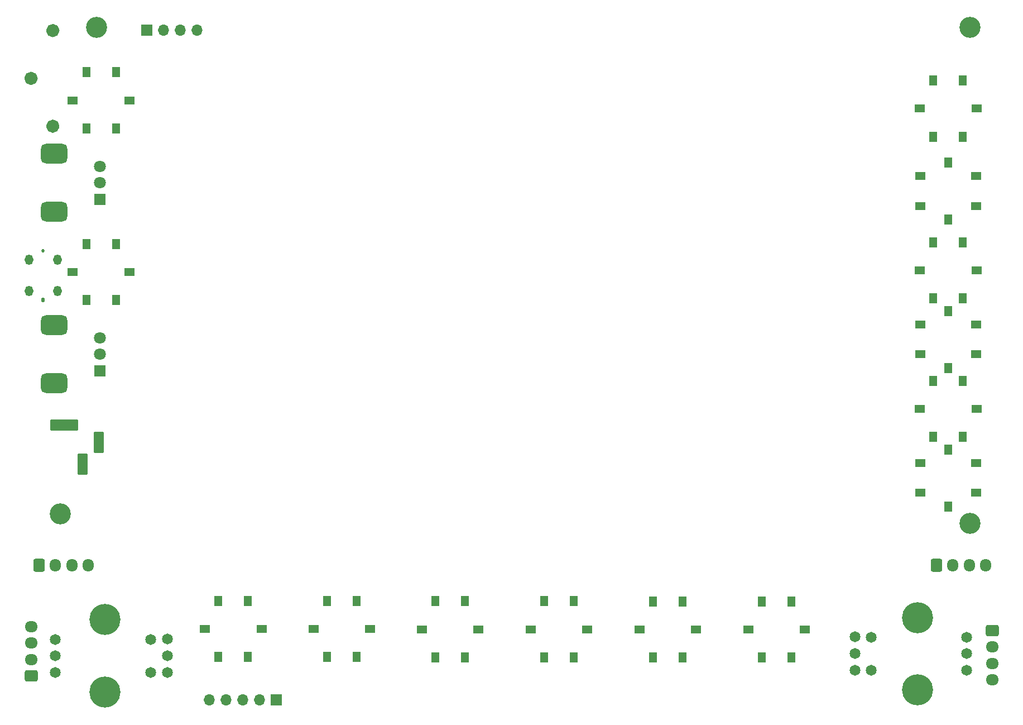
<source format=gts>
G04 #@! TF.GenerationSoftware,KiCad,Pcbnew,9.0.0*
G04 #@! TF.CreationDate,2025-03-19T22:07:30+07:00*
G04 #@! TF.ProjectId,USB_Screen_V0,5553425f-5363-4726-9565-6e5f56302e6b,rev?*
G04 #@! TF.SameCoordinates,PX3f8d880PY80f7230*
G04 #@! TF.FileFunction,Soldermask,Top*
G04 #@! TF.FilePolarity,Negative*
%FSLAX46Y46*%
G04 Gerber Fmt 4.6, Leading zero omitted, Abs format (unit mm)*
G04 Created by KiCad (PCBNEW 9.0.0) date 2025-03-19 22:07:30*
%MOMM*%
%LPD*%
G01*
G04 APERTURE LIST*
G04 Aperture macros list*
%AMRoundRect*
0 Rectangle with rounded corners*
0 $1 Rounding radius*
0 $2 $3 $4 $5 $6 $7 $8 $9 X,Y pos of 4 corners*
0 Add a 4 corners polygon primitive as box body*
4,1,4,$2,$3,$4,$5,$6,$7,$8,$9,$2,$3,0*
0 Add four circle primitives for the rounded corners*
1,1,$1+$1,$2,$3*
1,1,$1+$1,$4,$5*
1,1,$1+$1,$6,$7*
1,1,$1+$1,$8,$9*
0 Add four rect primitives between the rounded corners*
20,1,$1+$1,$2,$3,$4,$5,0*
20,1,$1+$1,$4,$5,$6,$7,0*
20,1,$1+$1,$6,$7,$8,$9,0*
20,1,$1+$1,$8,$9,$2,$3,0*%
G04 Aperture macros list end*
%ADD10C,1.013500*%
%ADD11R,1.200000X1.500000*%
%ADD12R,1.600000X1.200000*%
%ADD13C,3.200000*%
%ADD14R,1.500000X1.200000*%
%ADD15R,1.200000X1.600000*%
%ADD16R,1.800000X1.800000*%
%ADD17C,1.800000*%
%ADD18RoundRect,0.750000X1.250000X0.750000X-1.250000X0.750000X-1.250000X-0.750000X1.250000X-0.750000X0*%
%ADD19C,1.650000*%
%ADD20C,4.708000*%
%ADD21RoundRect,0.250000X-0.600000X-0.725000X0.600000X-0.725000X0.600000X0.725000X-0.600000X0.725000X0*%
%ADD22O,1.700000X1.950000*%
%ADD23R,1.700000X1.700000*%
%ADD24O,1.700000X1.700000*%
%ADD25C,0.520000*%
%ADD26O,0.520000X0.720000*%
%ADD27O,1.304000X1.554000*%
%ADD28RoundRect,0.250000X0.725000X-0.600000X0.725000X0.600000X-0.725000X0.600000X-0.725000X-0.600000X0*%
%ADD29O,1.950000X1.700000*%
%ADD30RoundRect,0.250000X-0.725000X0.600000X-0.725000X-0.600000X0.725000X-0.600000X0.725000X0.600000X0*%
%ADD31RoundRect,0.102000X-2.000000X0.750000X-2.000000X-0.750000X2.000000X-0.750000X2.000000X0.750000X0*%
%ADD32RoundRect,0.102000X-0.650000X1.500000X-0.650000X-1.500000X0.650000X-1.500000X0.650000X1.500000X0*%
G04 APERTURE END LIST*
D10*
X3344250Y96477500D02*
G75*
G02*
X2330750Y96477500I-506750J0D01*
G01*
X2330750Y96477500D02*
G75*
G02*
X3344250Y96477500I506750J0D01*
G01*
X6644250Y103727500D02*
G75*
G02*
X5630750Y103727500I-506750J0D01*
G01*
X5630750Y103727500D02*
G75*
G02*
X6644250Y103727500I506750J0D01*
G01*
X6644250Y89227500D02*
G75*
G02*
X5630750Y89227500I-506750J0D01*
G01*
X5630750Y89227500D02*
G75*
G02*
X6644250Y89227500I506750J0D01*
G01*
D11*
X139710000Y87647500D03*
X139710000Y96147500D03*
X144210000Y87647500D03*
X144210000Y96147500D03*
D12*
X146260000Y91897500D03*
X137660000Y91897500D03*
D13*
X145250000Y29000000D03*
D14*
X146210000Y54647500D03*
X137710000Y54647500D03*
X146210000Y59147500D03*
X137710000Y59147500D03*
D15*
X141960000Y61197500D03*
X141960000Y52597500D03*
D11*
X64160000Y8719999D03*
X64160000Y17219999D03*
X68660000Y8719999D03*
X68660000Y17219999D03*
D12*
X70710000Y12969999D03*
X62110000Y12969999D03*
D16*
X13300000Y78160000D03*
D17*
X13300000Y80660000D03*
X13300000Y83160000D03*
D18*
X6300000Y76260000D03*
X6300000Y85060000D03*
D11*
X11210000Y62897500D03*
X11210000Y71397500D03*
X15710000Y62897500D03*
X15710000Y71397500D03*
D12*
X17760000Y67147500D03*
X9160000Y67147500D03*
D13*
X12750000Y104200000D03*
D11*
X97195000Y8689999D03*
X97195000Y17189999D03*
X101695000Y8689999D03*
X101695000Y17189999D03*
D12*
X103745000Y12939999D03*
X95145000Y12939999D03*
D13*
X7250000Y30460000D03*
D19*
X144800000Y6760000D03*
X127800000Y6720000D03*
X144800000Y11760000D03*
X127800000Y11800000D03*
X144800000Y9260000D03*
X127800000Y9260000D03*
X130300000Y6760000D03*
X130300000Y11760000D03*
D20*
X137300000Y3760000D03*
X137300000Y14760000D03*
D19*
X6525000Y11435000D03*
X23525000Y11475000D03*
X6525000Y6435000D03*
X23525000Y6395000D03*
X6525000Y8935000D03*
X23525000Y8935000D03*
X21025000Y11435000D03*
X21025000Y6435000D03*
D20*
X14025000Y14435000D03*
X14025000Y3435000D03*
D14*
X146210000Y33647500D03*
X137710000Y33647500D03*
X146210000Y38147500D03*
X137710000Y38147500D03*
D15*
X141960000Y40197500D03*
X141960000Y31597500D03*
D11*
X31250000Y8750000D03*
X31250000Y17250000D03*
X35750000Y8750000D03*
X35750000Y17250000D03*
D12*
X37800000Y13000000D03*
X29200000Y13000000D03*
D14*
X146210000Y77147500D03*
X137710000Y77147500D03*
X146210000Y81647500D03*
X137710000Y81647500D03*
D15*
X141960000Y83697500D03*
X141960000Y75097500D03*
D13*
X145250000Y104200000D03*
D11*
X113695000Y8689999D03*
X113695000Y17189999D03*
X118195000Y8689999D03*
X118195000Y17189999D03*
D12*
X120245000Y12939999D03*
X111645000Y12939999D03*
D11*
X139710000Y63147500D03*
X139710000Y71647500D03*
X144210000Y63147500D03*
X144210000Y71647500D03*
D12*
X146260000Y67397500D03*
X137660000Y67397500D03*
D11*
X139710000Y42147500D03*
X139710000Y50647500D03*
X144210000Y42147500D03*
X144210000Y50647500D03*
D12*
X146260000Y46397500D03*
X137660000Y46397500D03*
D16*
X13300000Y52160000D03*
D17*
X13300000Y54660000D03*
X13300000Y57160000D03*
D18*
X6300000Y50260000D03*
X6300000Y59060000D03*
D11*
X80660000Y8719999D03*
X80660000Y17219999D03*
X85160000Y8719999D03*
X85160000Y17219999D03*
D12*
X87210000Y12969999D03*
X78610000Y12969999D03*
D11*
X47750000Y8750000D03*
X47750000Y17250000D03*
X52250000Y8750000D03*
X52250000Y17250000D03*
D12*
X54300000Y13000000D03*
X45700000Y13000000D03*
D11*
X11210000Y88897500D03*
X11210000Y97397500D03*
X15710000Y88897500D03*
X15710000Y97397500D03*
D12*
X17760000Y93147500D03*
X9160000Y93147500D03*
D21*
X140175000Y22710000D03*
D22*
X142675000Y22710000D03*
X145175000Y22710000D03*
X147675000Y22710000D03*
D23*
X20375000Y103760000D03*
D24*
X22915000Y103760000D03*
X25455000Y103760000D03*
X27995000Y103760000D03*
D25*
X4660000Y70380000D03*
D26*
X4660000Y62880000D03*
D27*
X6810000Y69030000D03*
X2510000Y69030000D03*
X6810000Y64230000D03*
X2510000Y64230000D03*
D21*
X4025000Y22710000D03*
D22*
X6525000Y22710000D03*
X9025000Y22710000D03*
X11525000Y22710000D03*
D28*
X2875000Y5885000D03*
D29*
X2875000Y8385000D03*
X2875000Y10885000D03*
X2875000Y13385000D03*
D30*
X148700000Y12785000D03*
D29*
X148700000Y10285000D03*
X148700000Y7785000D03*
X148700000Y5285000D03*
D31*
X7900000Y43960000D03*
D32*
X13130000Y41290000D03*
X10630000Y38010000D03*
D23*
X40025000Y2285000D03*
D24*
X37485000Y2285000D03*
X34945000Y2285000D03*
X32405000Y2285000D03*
X29865000Y2285000D03*
M02*

</source>
